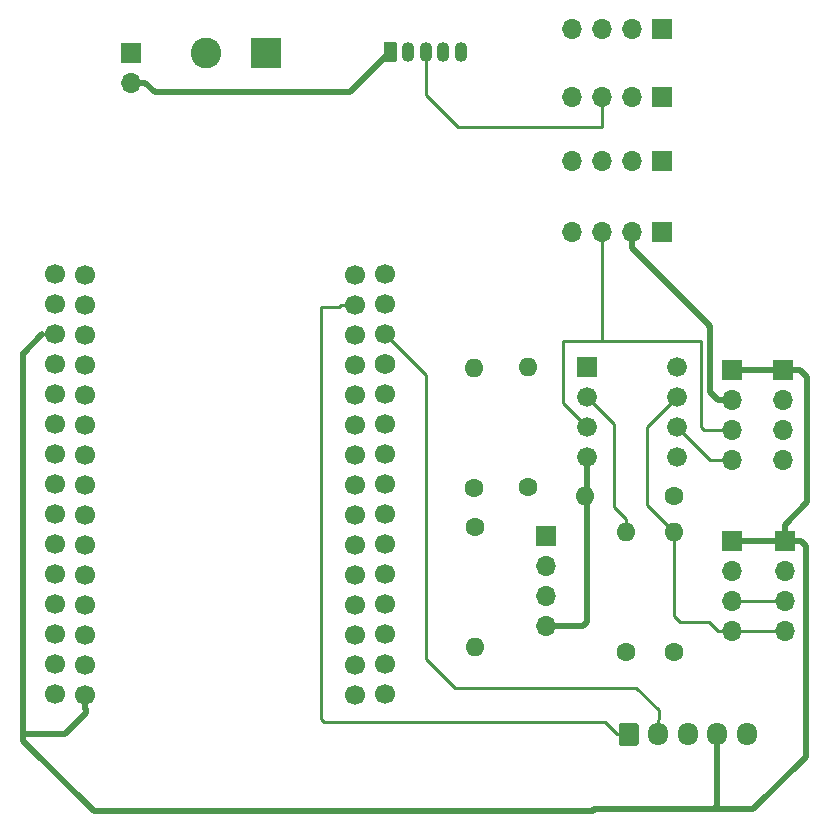
<source format=gbr>
G04 #@! TF.GenerationSoftware,KiCad,Pcbnew,(5.1.2)-2*
G04 #@! TF.CreationDate,2019-07-16T11:55:39+02:00*
G04 #@! TF.ProjectId,Airrohr_pcb,41697272-6f68-4725-9f70-63622e6b6963,rev?*
G04 #@! TF.SameCoordinates,Original*
G04 #@! TF.FileFunction,Copper,L1,Top*
G04 #@! TF.FilePolarity,Positive*
%FSLAX46Y46*%
G04 Gerber Fmt 4.6, Leading zero omitted, Abs format (unit mm)*
G04 Created by KiCad (PCBNEW (5.1.2)-2) date 2019-07-16 11:55:39*
%MOMM*%
%LPD*%
G04 APERTURE LIST*
%ADD10O,1.700000X1.950000*%
%ADD11C,0.100000*%
%ADD12C,1.700000*%
%ADD13O,1.700000X1.700000*%
%ADD14R,1.700000X1.700000*%
%ADD15C,1.740000*%
%ADD16O,1.600000X1.600000*%
%ADD17C,1.600000*%
%ADD18C,1.676400*%
%ADD19R,1.676400X1.676400*%
%ADD20O,1.100000X1.700000*%
%ADD21C,1.100000*%
%ADD22C,2.600000*%
%ADD23R,2.600000X2.600000*%
%ADD24C,0.500000*%
%ADD25C,0.250000*%
G04 APERTURE END LIST*
D10*
X202278000Y-80772000D03*
X199778000Y-80772000D03*
X197278000Y-80772000D03*
X194778000Y-80772000D03*
D11*
G36*
X192902504Y-79798204D02*
G01*
X192926773Y-79801804D01*
X192950571Y-79807765D01*
X192973671Y-79816030D01*
X192995849Y-79826520D01*
X193016893Y-79839133D01*
X193036598Y-79853747D01*
X193054777Y-79870223D01*
X193071253Y-79888402D01*
X193085867Y-79908107D01*
X193098480Y-79929151D01*
X193108970Y-79951329D01*
X193117235Y-79974429D01*
X193123196Y-79998227D01*
X193126796Y-80022496D01*
X193128000Y-80047000D01*
X193128000Y-81497000D01*
X193126796Y-81521504D01*
X193123196Y-81545773D01*
X193117235Y-81569571D01*
X193108970Y-81592671D01*
X193098480Y-81614849D01*
X193085867Y-81635893D01*
X193071253Y-81655598D01*
X193054777Y-81673777D01*
X193036598Y-81690253D01*
X193016893Y-81704867D01*
X192995849Y-81717480D01*
X192973671Y-81727970D01*
X192950571Y-81736235D01*
X192926773Y-81742196D01*
X192902504Y-81745796D01*
X192878000Y-81747000D01*
X191678000Y-81747000D01*
X191653496Y-81745796D01*
X191629227Y-81742196D01*
X191605429Y-81736235D01*
X191582329Y-81727970D01*
X191560151Y-81717480D01*
X191539107Y-81704867D01*
X191519402Y-81690253D01*
X191501223Y-81673777D01*
X191484747Y-81655598D01*
X191470133Y-81635893D01*
X191457520Y-81614849D01*
X191447030Y-81592671D01*
X191438765Y-81569571D01*
X191432804Y-81545773D01*
X191429204Y-81521504D01*
X191428000Y-81497000D01*
X191428000Y-80047000D01*
X191429204Y-80022496D01*
X191432804Y-79998227D01*
X191438765Y-79974429D01*
X191447030Y-79951329D01*
X191457520Y-79929151D01*
X191470133Y-79908107D01*
X191484747Y-79888402D01*
X191501223Y-79870223D01*
X191519402Y-79853747D01*
X191539107Y-79839133D01*
X191560151Y-79826520D01*
X191582329Y-79816030D01*
X191605429Y-79807765D01*
X191629227Y-79801804D01*
X191653496Y-79798204D01*
X191678000Y-79797000D01*
X192878000Y-79797000D01*
X192902504Y-79798204D01*
X192902504Y-79798204D01*
G37*
D12*
X192278000Y-80772000D03*
D13*
X187452000Y-38227000D03*
X189992000Y-38227000D03*
X192532000Y-38227000D03*
D14*
X195072000Y-38227000D03*
D13*
X187452000Y-26797000D03*
X189992000Y-26797000D03*
X192532000Y-26797000D03*
D14*
X195072000Y-26797000D03*
D13*
X187452000Y-21082000D03*
X189992000Y-21082000D03*
X192532000Y-21082000D03*
D14*
X195072000Y-21082000D03*
D12*
X169138600Y-44399200D03*
X169138600Y-49479200D03*
X169138600Y-46939200D03*
X169138600Y-67259200D03*
X169138600Y-64719200D03*
X169138600Y-59639200D03*
X169138600Y-62179200D03*
X169138600Y-77419200D03*
X169138600Y-57099200D03*
X169138600Y-52019200D03*
X169138600Y-54559200D03*
X169138600Y-69799200D03*
X169138600Y-74879200D03*
X169138600Y-72339200D03*
X169138600Y-41859200D03*
X146278600Y-77419200D03*
X146278600Y-74879200D03*
X146278600Y-72339200D03*
X146278600Y-69799200D03*
X146278600Y-67259200D03*
X146278600Y-64719200D03*
X146278600Y-62179200D03*
X146278600Y-59639200D03*
X146278600Y-57099200D03*
X146278600Y-54559200D03*
X146278600Y-52019200D03*
X146278600Y-49479200D03*
X146278600Y-46939200D03*
X146278600Y-44399200D03*
X146278600Y-41859200D03*
X171653200Y-41833800D03*
X171653200Y-44373800D03*
X171653200Y-46913800D03*
D15*
X171653200Y-49453800D03*
D12*
X171653200Y-51993800D03*
X171653200Y-54533800D03*
X171653200Y-57073800D03*
X171653200Y-59613800D03*
X171653200Y-62153800D03*
X171653200Y-64693800D03*
X171653200Y-67233800D03*
X171653200Y-69773800D03*
X171653200Y-72313800D03*
X171653200Y-74853800D03*
X171653200Y-77393800D03*
X143713200Y-77393800D03*
X143713200Y-74853800D03*
X143713200Y-72313800D03*
X143713200Y-69773800D03*
X143713200Y-67233800D03*
X143713200Y-64693800D03*
X143713200Y-62153800D03*
X143713200Y-59613800D03*
X143713200Y-57073800D03*
X143713200Y-54533800D03*
X143713200Y-51993800D03*
X143713200Y-49453800D03*
X143713200Y-46913800D03*
X143713200Y-44373800D03*
X143713200Y-41833800D03*
D13*
X187452000Y-32258000D03*
X189992000Y-32258000D03*
X192532000Y-32258000D03*
D14*
X195072000Y-32258000D03*
D13*
X205359000Y-57531000D03*
X205359000Y-54991000D03*
X205359000Y-52451000D03*
D14*
X205359000Y-49911000D03*
D13*
X201041000Y-57531000D03*
X201041000Y-54991000D03*
X201041000Y-52451000D03*
D14*
X201041000Y-49911000D03*
D13*
X205486000Y-72009000D03*
X205486000Y-69469000D03*
X205486000Y-66929000D03*
D14*
X205486000Y-64389000D03*
D13*
X201041000Y-72009000D03*
X201041000Y-69469000D03*
X201041000Y-66929000D03*
D14*
X201041000Y-64389000D03*
D16*
X188588000Y-60579000D03*
D17*
X196088000Y-60579000D03*
D18*
X196342000Y-49657000D03*
X196342000Y-52197000D03*
X196342000Y-54737000D03*
X196342000Y-57277000D03*
X188722000Y-57277000D03*
X188722000Y-54737000D03*
X188722000Y-52197000D03*
D19*
X188722000Y-49657000D03*
D20*
X178085000Y-22987000D03*
X176585000Y-22987000D03*
X175085000Y-22987000D03*
X173585000Y-22987000D03*
D11*
G36*
X172489149Y-22137779D02*
G01*
X172504846Y-22140107D01*
X172520239Y-22143963D01*
X172535180Y-22149309D01*
X172549525Y-22156093D01*
X172563136Y-22164251D01*
X172575881Y-22173704D01*
X172587639Y-22184361D01*
X172598296Y-22196119D01*
X172607749Y-22208864D01*
X172615907Y-22222475D01*
X172622691Y-22236820D01*
X172628037Y-22251761D01*
X172631893Y-22267154D01*
X172634221Y-22282851D01*
X172635000Y-22298700D01*
X172635000Y-23675300D01*
X172634221Y-23691149D01*
X172631893Y-23706846D01*
X172628037Y-23722239D01*
X172622691Y-23737180D01*
X172615907Y-23751525D01*
X172607749Y-23765136D01*
X172598296Y-23777881D01*
X172587639Y-23789639D01*
X172575881Y-23800296D01*
X172563136Y-23809749D01*
X172549525Y-23817907D01*
X172535180Y-23824691D01*
X172520239Y-23830037D01*
X172504846Y-23833893D01*
X172489149Y-23836221D01*
X172473300Y-23837000D01*
X171696700Y-23837000D01*
X171680851Y-23836221D01*
X171665154Y-23833893D01*
X171649761Y-23830037D01*
X171634820Y-23824691D01*
X171620475Y-23817907D01*
X171606864Y-23809749D01*
X171594119Y-23800296D01*
X171582361Y-23789639D01*
X171571704Y-23777881D01*
X171562251Y-23765136D01*
X171554093Y-23751525D01*
X171547309Y-23737180D01*
X171541963Y-23722239D01*
X171538107Y-23706846D01*
X171535779Y-23691149D01*
X171535000Y-23675300D01*
X171535000Y-22298700D01*
X171535779Y-22282851D01*
X171538107Y-22267154D01*
X171541963Y-22251761D01*
X171547309Y-22236820D01*
X171554093Y-22222475D01*
X171562251Y-22208864D01*
X171571704Y-22196119D01*
X171582361Y-22184361D01*
X171594119Y-22173704D01*
X171606864Y-22164251D01*
X171620475Y-22156093D01*
X171634820Y-22149309D01*
X171649761Y-22143963D01*
X171665154Y-22140107D01*
X171680851Y-22137779D01*
X171696700Y-22137000D01*
X172473300Y-22137000D01*
X172489149Y-22137779D01*
X172489149Y-22137779D01*
G37*
D21*
X172085000Y-22987000D03*
D16*
X196088000Y-63627000D03*
D17*
X196088000Y-73787000D03*
D16*
X192024000Y-63627000D03*
D17*
X192024000Y-73787000D03*
D16*
X179197000Y-49784000D03*
D17*
X179197000Y-59944000D03*
D16*
X183769000Y-49657000D03*
D17*
X183769000Y-59817000D03*
D16*
X179247800Y-73380600D03*
D17*
X179247800Y-63220600D03*
D13*
X185267600Y-71577200D03*
X185267600Y-69037200D03*
X185267600Y-66497200D03*
D14*
X185267600Y-63957200D03*
D13*
X150114000Y-25603200D03*
D14*
X150114000Y-23063200D03*
D22*
X156514800Y-23088600D03*
D23*
X161594800Y-23088600D03*
D24*
X188391800Y-71577200D02*
X185267600Y-71577200D01*
X188722000Y-57277000D02*
X188722000Y-71247000D01*
X188722000Y-71247000D02*
X188391800Y-71577200D01*
X199838919Y-52451000D02*
X199136000Y-51748081D01*
X201041000Y-52451000D02*
X199838919Y-52451000D01*
X199136000Y-51748081D02*
X199136000Y-46228000D01*
X199136000Y-46228000D02*
X199009000Y-46101000D01*
X192532000Y-39624000D02*
X199136000Y-46228000D01*
X192532000Y-38227000D02*
X192532000Y-39624000D01*
D25*
X167936519Y-44399200D02*
X169138600Y-44399200D01*
X167758719Y-44577000D02*
X167936519Y-44399200D01*
X191328000Y-80772000D02*
X190312000Y-79756000D01*
X192278000Y-80772000D02*
X191328000Y-80772000D01*
X190312000Y-79756000D02*
X166497000Y-79756000D01*
X166497000Y-79756000D02*
X166243000Y-79502000D01*
X166243000Y-79502000D02*
X166243000Y-44577000D01*
X166243000Y-44577000D02*
X167758719Y-44577000D01*
X175107600Y-50368200D02*
X175107600Y-74396600D01*
X171653200Y-46913800D02*
X175107600Y-50368200D01*
X175107600Y-74396600D02*
X177038000Y-76327000D01*
X177038000Y-76327000D02*
X177139600Y-76428600D01*
X177546000Y-76835000D02*
X177038000Y-76327000D01*
X192913000Y-76835000D02*
X177546000Y-76835000D01*
X194818000Y-78740000D02*
X192913000Y-76835000D01*
X194818000Y-79507000D02*
X194818000Y-78740000D01*
X194778000Y-80772000D02*
X194778000Y-79547000D01*
X194778000Y-79547000D02*
X194818000Y-79507000D01*
D24*
X142635570Y-46913800D02*
X140995400Y-48553970D01*
D25*
X143713200Y-46913800D02*
X142635570Y-46913800D01*
X146278600Y-77419200D02*
X146126200Y-77419200D01*
D24*
X140970000Y-48514000D02*
X140970000Y-80732030D01*
X201041000Y-64389000D02*
X205486000Y-64389000D01*
X201041000Y-49911000D02*
X205359000Y-49911000D01*
X205486000Y-63039000D02*
X207391000Y-61134000D01*
X205486000Y-64389000D02*
X205486000Y-63039000D01*
X207391000Y-50546000D02*
X206756000Y-49911000D01*
X207391000Y-61134000D02*
X207391000Y-50546000D01*
X205359000Y-49911000D02*
X206756000Y-49911000D01*
X151316081Y-25603200D02*
X152128881Y-26416000D01*
X150114000Y-25603200D02*
X151316081Y-25603200D01*
X168656000Y-26416000D02*
X172085000Y-22987000D01*
X152128881Y-26416000D02*
X168656000Y-26416000D01*
X199778000Y-80772000D02*
X199778000Y-86875000D01*
X199778000Y-86875000D02*
X199531000Y-87122000D01*
X206836000Y-64389000D02*
X205486000Y-64389000D01*
X207264000Y-64817000D02*
X206836000Y-64389000D01*
X207264000Y-82677000D02*
X207264000Y-64817000D01*
X199531000Y-87122000D02*
X202819000Y-87122000D01*
X202819000Y-87122000D02*
X207264000Y-82677000D01*
X189376600Y-87122000D02*
X199531000Y-87122000D01*
X189224200Y-87274400D02*
X189376600Y-87122000D01*
X146964400Y-87274400D02*
X189224200Y-87274400D01*
X140995400Y-81305400D02*
X146964400Y-87274400D01*
X146278600Y-78621281D02*
X146304000Y-78646681D01*
X146304000Y-78646681D02*
X146304000Y-78994000D01*
X146304000Y-78994000D02*
X144526000Y-80772000D01*
X144526000Y-80772000D02*
X140995400Y-80772000D01*
X146278600Y-77419200D02*
X146278600Y-78621281D01*
X140995400Y-80772000D02*
X140995400Y-81305400D01*
D25*
X199136000Y-57531000D02*
X201041000Y-57531000D01*
X196342000Y-54737000D02*
X199136000Y-57531000D01*
X201041000Y-54991000D02*
X198628000Y-54991000D01*
X198628000Y-54991000D02*
X198374000Y-54737000D01*
X198374000Y-54737000D02*
X198374000Y-47498000D01*
X186690000Y-52705000D02*
X188722000Y-54737000D01*
X186690000Y-47498000D02*
X186690000Y-52705000D01*
X189992000Y-39429081D02*
X189992000Y-47498000D01*
X189992000Y-38227000D02*
X189992000Y-39429081D01*
X198374000Y-47498000D02*
X189992000Y-47498000D01*
X189992000Y-47498000D02*
X186690000Y-47498000D01*
X175085000Y-26622000D02*
X175085000Y-22987000D01*
X177800000Y-29337000D02*
X175085000Y-26622000D01*
X189992000Y-26797000D02*
X189992000Y-29337000D01*
X189992000Y-29337000D02*
X177800000Y-29337000D01*
X199838919Y-72009000D02*
X199076919Y-71247000D01*
X201041000Y-72009000D02*
X199838919Y-72009000D01*
X199076919Y-71247000D02*
X196596000Y-71247000D01*
X196596000Y-71247000D02*
X196088000Y-70739000D01*
X196088000Y-70739000D02*
X196088000Y-63627000D01*
X202243081Y-72009000D02*
X205486000Y-72009000D01*
X201041000Y-72009000D02*
X202243081Y-72009000D01*
X193802000Y-54737000D02*
X196342000Y-52197000D01*
X196088000Y-63627000D02*
X193802000Y-61341000D01*
X193802000Y-61341000D02*
X193802000Y-54737000D01*
X205486000Y-69469000D02*
X201041000Y-69469000D01*
X192024000Y-62495630D02*
X191008000Y-61479630D01*
X192024000Y-63627000D02*
X192024000Y-62495630D01*
X191008000Y-54483000D02*
X188722000Y-52197000D01*
X191008000Y-61479630D02*
X191008000Y-54483000D01*
X202949200Y-80799400D02*
X202949200Y-80924400D01*
M02*

</source>
